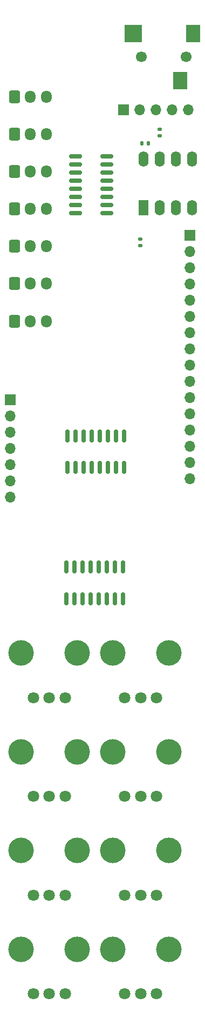
<source format=gbr>
%TF.GenerationSoftware,KiCad,Pcbnew,8.0.8*%
%TF.CreationDate,2025-03-24T10:48:51+01:00*%
%TF.ProjectId,Unit,556e6974-2e6b-4696-9361-645f70636258,rev?*%
%TF.SameCoordinates,Original*%
%TF.FileFunction,Soldermask,Top*%
%TF.FilePolarity,Negative*%
%FSLAX46Y46*%
G04 Gerber Fmt 4.6, Leading zero omitted, Abs format (unit mm)*
G04 Created by KiCad (PCBNEW 8.0.8) date 2025-03-24 10:48:51*
%MOMM*%
%LPD*%
G01*
G04 APERTURE LIST*
G04 Aperture macros list*
%AMRoundRect*
0 Rectangle with rounded corners*
0 $1 Rounding radius*
0 $2 $3 $4 $5 $6 $7 $8 $9 X,Y pos of 4 corners*
0 Add a 4 corners polygon primitive as box body*
4,1,4,$2,$3,$4,$5,$6,$7,$8,$9,$2,$3,0*
0 Add four circle primitives for the rounded corners*
1,1,$1+$1,$2,$3*
1,1,$1+$1,$4,$5*
1,1,$1+$1,$6,$7*
1,1,$1+$1,$8,$9*
0 Add four rect primitives between the rounded corners*
20,1,$1+$1,$2,$3,$4,$5,0*
20,1,$1+$1,$4,$5,$6,$7,0*
20,1,$1+$1,$6,$7,$8,$9,0*
20,1,$1+$1,$8,$9,$2,$3,0*%
G04 Aperture macros list end*
%ADD10RoundRect,0.135000X-0.185000X0.135000X-0.185000X-0.135000X0.185000X-0.135000X0.185000X0.135000X0*%
%ADD11C,4.000000*%
%ADD12C,1.800000*%
%ADD13RoundRect,0.250000X-0.600000X-0.725000X0.600000X-0.725000X0.600000X0.725000X-0.600000X0.725000X0*%
%ADD14O,1.700000X1.950000*%
%ADD15C,1.700000*%
%ADD16R,2.200000X2.800000*%
%ADD17R,2.800000X2.800000*%
%ADD18RoundRect,0.150000X0.150000X-0.825000X0.150000X0.825000X-0.150000X0.825000X-0.150000X-0.825000X0*%
%ADD19R,1.700000X1.700000*%
%ADD20O,1.700000X1.700000*%
%ADD21RoundRect,0.150000X-0.825000X-0.150000X0.825000X-0.150000X0.825000X0.150000X-0.825000X0.150000X0*%
%ADD22RoundRect,0.135000X-0.135000X-0.185000X0.135000X-0.185000X0.135000X0.185000X-0.135000X0.185000X0*%
%ADD23R,1.600000X2.400000*%
%ADD24O,1.600000X2.400000*%
%ADD25RoundRect,0.135000X0.185000X-0.135000X0.185000X0.135000X-0.185000X0.135000X-0.185000X-0.135000X0*%
G04 APERTURE END LIST*
D10*
%TO.C,R31*%
X159219873Y-32770000D03*
X159219873Y-33790000D03*
%TD*%
D11*
%TO.C,RV5*%
X137527537Y-130230000D03*
X146327537Y-130230000D03*
D12*
X144427537Y-137230000D03*
X141927537Y-137230000D03*
X139427537Y-137230000D03*
%TD*%
D13*
%TO.C,J10*%
X136427537Y-51130000D03*
D14*
X138927537Y-51130000D03*
X141427537Y-51130000D03*
%TD*%
D13*
%TO.C,J9*%
X136427537Y-45280000D03*
D14*
X138927537Y-45280000D03*
X141427537Y-45280000D03*
%TD*%
D13*
%TO.C,J12*%
X136427537Y-62830000D03*
D14*
X138927537Y-62830000D03*
X141427537Y-62830000D03*
%TD*%
D13*
%TO.C,J8*%
X136427537Y-39430000D03*
D14*
X138927537Y-39430000D03*
X141427537Y-39430000D03*
%TD*%
D15*
%TO.C,J14*%
X163369873Y-21480000D03*
X156369873Y-21480000D03*
D16*
X162469873Y-25180000D03*
X164469873Y-17780000D03*
D17*
X155069873Y-17780000D03*
%TD*%
D18*
%TO.C,U3*%
X144774873Y-85755000D03*
X146044873Y-85755000D03*
X147314873Y-85755000D03*
X148584873Y-85755000D03*
X149854873Y-85755000D03*
X151124873Y-85755000D03*
X152394873Y-85755000D03*
X153664873Y-85755000D03*
X153664873Y-80805000D03*
X152394873Y-80805000D03*
X151124873Y-80805000D03*
X149854873Y-80805000D03*
X148584873Y-80805000D03*
X147314873Y-80805000D03*
X146044873Y-80805000D03*
X144774873Y-80805000D03*
%TD*%
D19*
%TO.C,J4*%
X153599873Y-29780000D03*
D20*
X156139873Y-29780000D03*
X158679873Y-29780000D03*
X161219873Y-29780000D03*
X163759873Y-29780000D03*
%TD*%
D11*
%TO.C,RV1*%
X137527537Y-161130000D03*
X146327537Y-161130000D03*
D12*
X144427537Y-168130000D03*
X141927537Y-168130000D03*
X139427537Y-168130000D03*
%TD*%
D13*
%TO.C,J11*%
X136427537Y-56980000D03*
D14*
X138927537Y-56980000D03*
X141427537Y-56980000D03*
%TD*%
D11*
%TO.C,RV4*%
X151877537Y-145680000D03*
X160677537Y-145680000D03*
D12*
X158777537Y-152680000D03*
X156277537Y-152680000D03*
X153777537Y-152680000D03*
%TD*%
D21*
%TO.C,U2*%
X146019873Y-37010000D03*
X146019873Y-38280000D03*
X146019873Y-39550000D03*
X146019873Y-40820000D03*
X146019873Y-42090000D03*
X146019873Y-43360000D03*
X146019873Y-44630000D03*
X146019873Y-45900000D03*
X150969873Y-45900000D03*
X150969873Y-44630000D03*
X150969873Y-43360000D03*
X150969873Y-42090000D03*
X150969873Y-40820000D03*
X150969873Y-39550000D03*
X150969873Y-38280000D03*
X150969873Y-37010000D03*
%TD*%
D11*
%TO.C,RV8*%
X151877537Y-114780000D03*
X160677537Y-114780000D03*
D12*
X158777537Y-121780000D03*
X156277537Y-121780000D03*
X153777537Y-121780000D03*
%TD*%
D11*
%TO.C,RV2*%
X151877537Y-161130000D03*
X160677537Y-161130000D03*
D12*
X158777537Y-168130000D03*
X156277537Y-168130000D03*
X153777537Y-168130000D03*
%TD*%
D11*
%TO.C,RV7*%
X137527537Y-114780000D03*
X146327537Y-114780000D03*
D12*
X144427537Y-121780000D03*
X141927537Y-121780000D03*
X139427537Y-121780000D03*
%TD*%
D22*
%TO.C,R30*%
X156459873Y-35030000D03*
X157479873Y-35030000D03*
%TD*%
D18*
%TO.C,U1*%
X144577537Y-106280000D03*
X145847537Y-106280000D03*
X147117537Y-106280000D03*
X148387537Y-106280000D03*
X149657537Y-106280000D03*
X150927537Y-106280000D03*
X152197537Y-106280000D03*
X153467537Y-106280000D03*
X153467537Y-101330000D03*
X152197537Y-101330000D03*
X150927537Y-101330000D03*
X149657537Y-101330000D03*
X148387537Y-101330000D03*
X147117537Y-101330000D03*
X145847537Y-101330000D03*
X144577537Y-101330000D03*
%TD*%
D13*
%TO.C,J6*%
X136427537Y-27730000D03*
D14*
X138927537Y-27730000D03*
X141427537Y-27730000D03*
%TD*%
D23*
%TO.C,U4*%
X156669873Y-45105000D03*
D24*
X159209873Y-45105000D03*
X161749873Y-45105000D03*
X164289873Y-45105000D03*
X164289873Y-37485000D03*
X161749873Y-37485000D03*
X159209873Y-37485000D03*
X156669873Y-37485000D03*
%TD*%
D20*
%TO.C,J1*%
X164000000Y-51960000D03*
D19*
X164000000Y-49420000D03*
D20*
X164000000Y-54500000D03*
X164000000Y-57040000D03*
X164000000Y-69740000D03*
X164000000Y-59580000D03*
X164000000Y-62120000D03*
X164000000Y-64660000D03*
X164000000Y-77360000D03*
X164000000Y-74820000D03*
X164000000Y-67200000D03*
X164000000Y-79900000D03*
X164000000Y-72280000D03*
X164000000Y-82440000D03*
X164000000Y-84980000D03*
X164000000Y-87520000D03*
%TD*%
D11*
%TO.C,RV3*%
X137527537Y-145680000D03*
X146327537Y-145680000D03*
D12*
X144427537Y-152680000D03*
X141927537Y-152680000D03*
X139427537Y-152680000D03*
%TD*%
D11*
%TO.C,RV6*%
X151877537Y-130230000D03*
X160677537Y-130230000D03*
D12*
X158777537Y-137230000D03*
X156277537Y-137230000D03*
X153777537Y-137230000D03*
%TD*%
D13*
%TO.C,J7*%
X136427537Y-33580000D03*
D14*
X138927537Y-33580000D03*
X141427537Y-33580000D03*
%TD*%
D25*
%TO.C,R29*%
X156219873Y-51040000D03*
X156219873Y-50020000D03*
%TD*%
D19*
%TO.C,J5*%
X135800000Y-75100000D03*
D20*
X135800000Y-77640000D03*
X135800000Y-80180000D03*
X135800000Y-82720000D03*
X135800000Y-85260000D03*
X135800000Y-87800000D03*
X135800000Y-90340000D03*
%TD*%
M02*

</source>
